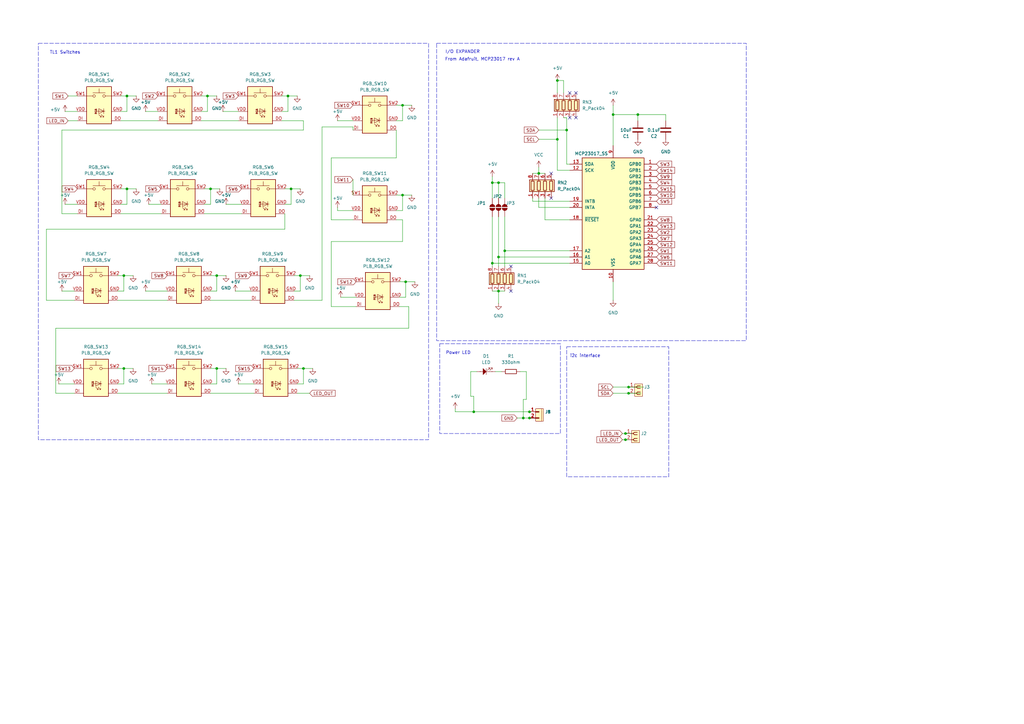
<source format=kicad_sch>
(kicad_sch (version 20231120) (generator "eeschema") (generator_version "8.0")
  (paper "A3")
  (lib_symbols
    (symbol "Device:C" (pin_numbers hide) (pin_names (offset 0.254))
      (property "Reference" "C" (at 0.635 2.54 0))
      (property "Value" "C" (at 0.635 -2.54 0))
      (symbol "C_0_1"
        (polyline (pts (xy -2.032 -0.762) (xy 2.032 -0.762)) (stroke (width 0.508)))
        (polyline (pts (xy -2.032 0.762) (xy 2.032 0.762)) (stroke (width 0.508)))
      )
      (symbol "C_1_1"
        (pin passive line (at 0 3.81 270) (length 2.794) (name "~") (number "1"))
        (pin passive line (at 0 -3.81 90) (length 2.794) (name "~") (number "2"))
      )
    )
    (symbol "Device:R_Pack04" (pin_names (offset 0) hide)
      (property "Reference" "RN" (at -7.62 0 90))
      (property "Value" "R_Pack04" (at 5.08 0 90))
      (symbol "R_Pack04_0_1"
        (rectangle (start -6.35 -2.413) (end 3.81 2.413) (stroke (width 0.254)) (fill (type background)))
        (rectangle (start -5.715 1.905) (end -4.445 -1.905) (stroke (width 0.254)))
        (rectangle (start -3.175 1.905) (end -1.905 -1.905) (stroke (width 0.254)))
        (rectangle (start -0.635 1.905) (end 0.635 -1.905) (stroke (width 0.254)))
        (polyline (pts (xy -5.08 -2.54) (xy -5.08 -1.905)))
        (polyline (pts (xy -5.08 1.905) (xy -5.08 2.54)))
        (polyline (pts (xy -2.54 -2.54) (xy -2.54 -1.905)))
        (polyline (pts (xy -2.54 1.905) (xy -2.54 2.54)))
        (polyline (pts (xy 0 -2.54) (xy 0 -1.905)))
        (polyline (pts (xy 0 1.905) (xy 0 2.54)))
        (polyline (pts (xy 2.54 -2.54) (xy 2.54 -1.905)))
        (polyline (pts (xy 2.54 1.905) (xy 2.54 2.54)))
        (rectangle (start 1.905 1.905) (end 3.175 -1.905) (stroke (width 0.254)))
      )
      (symbol "R_Pack04_1_1"
        (pin passive line (at -5.08 -5.08 90) (length 2.54) (name "R1.1") (number "1"))
        (pin passive line (at -2.54 -5.08 90) (length 2.54) (name "R2.1") (number "2"))
        (pin passive line (at 0 -5.08 90) (length 2.54) (name "R3.1") (number "3"))
        (pin passive line (at 2.54 -5.08 90) (length 2.54) (name "R4.1") (number "4"))
        (pin passive line (at 2.54 5.08 270) (length 2.54) (name "R4.2") (number "5"))
        (pin passive line (at 0 5.08 270) (length 2.54) (name "R3.2") (number "6"))
        (pin passive line (at -2.54 5.08 270) (length 2.54) (name "R2.2") (number "7"))
        (pin passive line (at -5.08 5.08 270) (length 2.54) (name "R1.2") (number "8"))
      )
    )
    (symbol "Interactiles_Symbol_Library:PLB_RGB_SW" (pin_names (offset 1.016) hide)
      (property "Reference" "RGB_SW" (at -3.556 8.636 0))
      (property "Value" "PLB_RGB_SW" (at 0.254 -11.43 0))
      (symbol "PLB_RGB_SW_0_0"
        (text "RGB" (at -1.27 -3.81 900) (effects (font (size 0.762 0.762))))
      )
      (symbol "PLB_RGB_SW_0_1"
        (rectangle (start -5.08 6.35) (end 5.08 -8.89) (stroke (width 0.254)) (fill (type background)))
        (circle (center -2.032 2.54) (radius 0.508))
        (polyline (pts (xy 0 3.81) (xy 0 5.588)))
        (polyline (pts (xy 0.889 -6.096) (xy 0.889 -5.588)))
        (polyline (pts (xy 1.905 -6.096) (xy 1.905 -5.588)))
        (polyline (pts (xy 1.905 -2.667) (xy 1.905 -4.699)))
        (polyline (pts (xy 2.54 3.81) (xy -2.54 3.81)))
        (polyline (pts (xy -0.635 -3.683) (xy 1.905 -3.683) (xy 2.413 -3.683)))
        (polyline (pts (xy -0.127 -5.08) (xy 0.889 -6.096) (xy 0.381 -6.096)))
        (polyline (pts (xy 0.889 -5.08) (xy 1.905 -6.096) (xy 1.397 -6.096)))
        (polyline (pts (xy -0.127 -2.667) (xy -0.127 -4.699) (xy 1.905 -3.683) (xy -0.127 -2.667)))
        (circle (center 2.032 2.54) (radius 0.508))
      )
      (symbol "PLB_RGB_SW_1_1"
        (polyline (pts (xy -6.35 -7.62) (xy -5.08 -7.62)))
        (polyline (pts (xy -6.35 -3.81) (xy -5.08 -3.81)))
        (polyline (pts (xy -6.35 2.54) (xy -2.54 2.54)))
        (polyline (pts (xy 6.35 -7.62) (xy 5.08 -7.62)))
        (polyline (pts (xy 6.35 -3.81) (xy 5.08 -3.81)))
        (polyline (pts (xy 6.35 2.54) (xy 2.54 2.54)))
        (pin input line (at -8.89 -7.62 0) (length 2.54) (name "DIN") (number "DI"))
        (pin output line (at 8.89 -7.62 180) (length 2.54) (name "DO") (number "DO"))
        (pin power_in line (at 8.89 -3.81 180) (length 2.54) (name "GND") (number "GND"))
        (pin passive line (at -8.89 2.54 0) (length 2.54) (name "SW1") (number "SW1"))
        (pin passive line (at 8.89 2.54 180) (length 2.54) (name "SW2") (number "SW2"))
        (pin power_in line (at -8.89 -3.81 0) (length 2.54) (name "VDD") (number "VDD"))
      )
    )
    (symbol "Interface_Expansion:MCP23017_SS" (pin_names (offset 1.016))
      (property "Reference" "U" (at -11.43 24.13 0))
      (property "Value" "MCP23017_SS" (at 0 0 0))
      (symbol "MCP23017_SS_0_1"
        (rectangle (start -12.7 22.86) (end 12.7 -22.86) (stroke (width 0.254)) (fill (type background)))
      )
      (symbol "MCP23017_SS_1_1"
        (pin bidirectional line (at 17.78 20.32 180) (length 5.08) (name "GPB0") (number "1"))
        (pin power_in line (at 0 -27.94 90) (length 5.08) (name "VSS") (number "10"))
        (pin no_connect line (at -12.7 15.24 0) (length 5.08) hide (name "NC") (number "11"))
        (pin input line (at -17.78 17.78 0) (length 5.08) (name "SCK") (number "12"))
        (pin bidirectional line (at -17.78 20.32 0) (length 5.08) (name "SDA") (number "13"))
        (pin no_connect line (at -12.7 12.7 0) (length 5.08) hide (name "NC") (number "14"))
        (pin input line (at -17.78 -20.32 0) (length 5.08) (name "A0") (number "15"))
        (pin input line (at -17.78 -17.78 0) (length 5.08) (name "A1") (number "16"))
        (pin input line (at -17.78 -15.24 0) (length 5.08) (name "A2") (number "17"))
        (pin input line (at -17.78 -2.54 0) (length 5.08) (name "~{RESET}") (number "18"))
        (pin tri_state line (at -17.78 5.08 0) (length 5.08) (name "INTB") (number "19"))
        (pin bidirectional line (at 17.78 17.78 180) (length 5.08) (name "GPB1") (number "2"))
        (pin tri_state line (at -17.78 2.54 0) (length 5.08) (name "INTA") (number "20"))
        (pin bidirectional line (at 17.78 -2.54 180) (length 5.08) (name "GPA0") (number "21"))
        (pin bidirectional line (at 17.78 -5.08 180) (length 5.08) (name "GPA1") (number "22"))
        (pin bidirectional line (at 17.78 -7.62 180) (length 5.08) (name "GPA2") (number "23"))
        (pin bidirectional line (at 17.78 -10.16 180) (length 5.08) (name "GPA3") (number "24"))
        (pin bidirectional line (at 17.78 -12.7 180) (length 5.08) (name "GPA4") (number "25"))
        (pin bidirectional line (at 17.78 -15.24 180) (length 5.08) (name "GPA5") (number "26"))
        (pin bidirectional line (at 17.78 -17.78 180) (length 5.08) (name "GPA6") (number "27"))
        (pin bidirectional line (at 17.78 -20.32 180) (length 5.08) (name "GPA7") (number "28"))
        (pin bidirectional line (at 17.78 15.24 180) (length 5.08) (name "GPB2") (number "3"))
        (pin bidirectional line (at 17.78 12.7 180) (length 5.08) (name "GPB3") (number "4"))
        (pin bidirectional line (at 17.78 10.16 180) (length 5.08) (name "GPB4") (number "5"))
        (pin bidirectional line (at 17.78 7.62 180) (length 5.08) (name "GPB5") (number "6"))
        (pin bidirectional line (at 17.78 5.08 180) (length 5.08) (name "GPB6") (number "7"))
        (pin bidirectional line (at 17.78 2.54 180) (length 5.08) (name "GPB7") (number "8"))
        (pin power_in line (at 0 27.94 270) (length 5.08) (name "VDD") (number "9"))
      )
    )
    (symbol "Jumper:SolderJumper_2_Open" (pin_numbers hide) (pin_names (offset 0) hide) (exclude_from_sim yes) (in_bom no)
      (property "Reference" "JP" (at 0 2.032 0))
      (property "Value" "SolderJumper_2_Open" (at 0 -2.54 0))
      (symbol "SolderJumper_2_Open_0_1"
        (arc (start -0.254 1.016) (mid -1.2656 0) (end -0.254 -1.016))
        (arc (start -0.254 1.016) (mid -1.2656 0) (end -0.254 -1.016) (fill (type outline)))
        (polyline (pts (xy -0.254 1.016) (xy -0.254 -1.016)))
        (polyline (pts (xy 0.254 1.016) (xy 0.254 -1.016)))
        (arc (start 0.254 -1.016) (mid 1.2656 0) (end 0.254 1.016))
        (arc (start 0.254 -1.016) (mid 1.2656 0) (end 0.254 1.016) (fill (type outline)))
      )
      (symbol "SolderJumper_2_Open_1_1"
        (pin passive line (at -3.81 0 0) (length 2.54) (name "A") (number "1"))
        (pin passive line (at 3.81 0 180) (length 2.54) (name "B") (number "2"))
      )
    )
    (symbol "PCM_SL_Devices:LED"
      (property "Reference" "D" (at -0.508 5.334 0))
      (property "Value" "LED" (at -0.508 2.794 0))
      (symbol "LED_0_1"
        (polyline (pts (xy -1.27 0) (xy -2.54 0)))
        (polyline (pts (xy 0 1.27) (xy 0 -1.27)))
        (polyline (pts (xy 0.508 0.508) (xy 1.524 1.524)))
        (polyline (pts (xy 1.27 0) (xy 2.54 0)))
        (polyline (pts (xy 1.524 0.508) (xy 2.54 1.524)))
        (polyline (pts (xy 1.524 1.524) (xy 0.889 1.524)))
        (polyline (pts (xy 1.524 1.524) (xy 1.524 0.889)))
        (polyline (pts (xy 2.54 1.524) (xy 1.905 1.524)))
        (polyline (pts (xy 2.54 1.524) (xy 2.54 0.889)))
        (polyline (pts (xy 0 0) (xy -1.27 -1.27) (xy -1.27 1.27) (xy 0 0) (xy 1.27 0)) (fill (type outline)))
      )
      (symbol "LED_1_1"
        (pin passive line (at 3.81 0 180) (length 1.5) (name "~") (number "1"))
        (pin passive line (at -3.81 0 0) (length 1.5) (name "") (number "2"))
      )
    )
    (symbol "PCM_SL_Pin_Headers:PINHD_1x2_Female"
      (property "Reference" "J" (at 0 7.62 0))
      (property "Value" "PINHD_1x2_Female" (at 0 5.08 0))
      (symbol "PINHD_1x2_Female_0_1"
        (rectangle (start -1.27 2.54) (end 1.905 -2.54) (fill (type background)))
        (arc (start -0.508 -1.27) (mid -0.3592 -1.6292) (end 0 -1.778) (stroke (width 0.25)))
        (arc (start -0.508 1.27) (mid -0.3592 0.9108) (end 0 0.762) (stroke (width 0.25)))
        (arc (start 0 -0.762) (mid -0.3592 -0.9108) (end -0.508 -1.27) (stroke (width 0.25)))
        (polyline (pts (xy -1.27 -1.27) (xy -0.508 -1.27)) (stroke (width 0.25)))
        (polyline (pts (xy -1.27 1.27) (xy -0.508 1.27)) (stroke (width 0.25)))
        (polyline (pts (xy 0 -1.778) (xy 1.016 -1.778)) (stroke (width 0.25)))
        (polyline (pts (xy 0 -0.762) (xy 1.016 -0.762)) (stroke (width 0.25)))
        (polyline (pts (xy 0 0.762) (xy 1.016 0.762)) (stroke (width 0.25)))
        (polyline (pts (xy 0 1.778) (xy 1.016 1.778)) (stroke (width 0.25)))
        (arc (start 0 1.778) (mid -0.3592 1.6292) (end -0.508 1.27) (stroke (width 0.25)))
      )
      (symbol "PINHD_1x2_Female_1_1"
        (pin passive line (at -3.81 1.27 0) (length 2.54) (name "") (number "1"))
        (pin passive line (at -3.81 -1.27 0) (length 2.54) (name "") (number "2"))
      )
    )
    (symbol "PCM_SL_Pin_Headers:PINHD_1x2_Male"
      (property "Reference" "J" (at 0 6.35 0))
      (property "Value" "PINHD_1x2_Male" (at 0 3.81 0))
      (symbol "PINHD_1x2_Male_0_1"
        (rectangle (start -1.27 2.54) (end 1.27 -2.54) (fill (type background)))
        (polyline (pts (xy -1.27 -1.27) (xy 0 -1.27)) (stroke (width 0.3)))
        (polyline (pts (xy -1.27 -1.27) (xy 0 -1.27)) (stroke (width 0.5)))
        (polyline (pts (xy -1.27 1.27) (xy 0 1.27)) (stroke (width 0.3)))
        (polyline (pts (xy -1.27 1.27) (xy 0 1.27)) (stroke (width 0.5)))
      )
      (symbol "PINHD_1x2_Male_1_1"
        (pin passive line (at -3.81 1.27 0) (length 2.54) (name "") (number "1"))
        (pin passive line (at -3.81 -1.27 0) (length 2.54) (name "") (number "2"))
      )
    )
    (symbol "PCM_SL_Resistors:330ohm"
      (property "Reference" "R" (at 0 5.08 0))
      (property "Value" "330ohm" (at 0 2.54 0))
      (symbol "330ohm_0_1"
        (rectangle (start -2.286 0.889) (end 2.286 -0.889) (stroke (width 0.24)))
      )
      (symbol "330ohm_1_1"
        (pin passive line (at -3.81 0 0) (length 1.5) (name "") (number "1"))
        (pin passive line (at 3.81 0 180) (length 1.5) (name "~") (number "2"))
      )
    )
    (symbol "power:+5V" (power) (pin_numbers hide) (pin_names (offset 0) hide)
      (property "Value" "+5V" (at 0 3.556 0))
      (symbol "+5V_0_1"
        (polyline (pts (xy -0.762 1.27) (xy 0 2.54)))
        (polyline (pts (xy 0 0) (xy 0 2.54)))
        (polyline (pts (xy 0 2.54) (xy 0.762 1.27)))
      )
      (symbol "+5V_1_1"
        (pin power_in line (at 0 0 90) (length 0) (name "~") (number "1"))
      )
    )
    (symbol "power:GND" (power) (pin_numbers hide) (pin_names (offset 0) hide)
      (property "Value" "GND" (at 0 -3.81 0))
      (symbol "GND_0_1"
        (polyline (pts (xy 0 0) (xy 0 -1.27) (xy 1.27 -1.27) (xy 0 -2.54) (xy -1.27 -1.27) (xy 0 -1.27)))
      )
      (symbol "GND_1_1"
        (pin power_in line (at 0 0 270) (length 0) (name "~") (number "1"))
      )
    )
    (symbol "power:VCC" (power) (pin_numbers hide) (pin_names (offset 0) hide)
      (property "Value" "VCC" (at 0 3.556 0))
      (symbol "VCC_0_1"
        (polyline (pts (xy -0.762 1.27) (xy 0 2.54)))
        (polyline (pts (xy 0 0) (xy 0 2.54)))
        (polyline (pts (xy 0 2.54) (xy 0.762 1.27)))
      )
      (symbol "VCC_1_1"
        (pin power_in line (at 0 0 90) (length 0) (name "~") (number "1"))
      )
    )
  )
  (junction (at 204.47 105.41))
  (junction (at 207.01 102.87))
  (junction (at 123.19 113.03))
  (junction (at 194.31 168.91))
  (junction (at 217.17 171.45))
  (junction (at 201.93 74.93))
  (junction (at 88.9 113.03))
  (junction (at 257.81 158.75))
  (junction (at 228.6 57.15))
  (junction (at 204.47 74.93))
  (junction (at 124.46 151.13))
  (junction (at 232.41 53.34))
  (junction (at 119.38 77.47))
  (junction (at 166.37 115.57))
  (junction (at 52.07 77.47))
  (junction (at 257.81 161.29))
  (junction (at 52.07 39.37))
  (junction (at 165.1 43.18))
  (junction (at 220.98 71.12))
  (junction (at 204.47 119.38))
  (junction (at 165.1 80.01))
  (junction (at 256.54 177.8))
  (junction (at 217.17 168.91))
  (junction (at 50.8 151.13))
  (junction (at 86.36 77.47))
  (junction (at 214.63 171.45))
  (junction (at 85.09 39.37))
  (junction (at 118.11 39.37))
  (junction (at 228.6 33.02))
  (junction (at 251.46 46.99))
  (junction (at 50.8 113.03))
  (junction (at 88.9 151.13))
  (junction (at 201.93 107.95))
  (junction (at 261.62 46.99))
  (junction (at 256.54 180.34))
  (no_connect (at 233.68 38.1))
  (no_connect (at 209.55 109.22))
  (no_connect (at 233.68 48.26))
  (no_connect (at 226.06 81.28))
  (no_connect (at 269.24 85.09))
  (no_connect (at 236.22 38.1))
  (no_connect (at 236.22 48.26))
  (no_connect (at 226.06 71.12))
  (no_connect (at 209.55 119.38))
  (wire (pts (xy 215.9 163.83) (xy 214.63 163.83)))
  (wire (pts (xy 207.01 74.93) (xy 207.01 81.28)))
  (wire (pts (xy 88.9 113.03) (xy 92.71 113.03)))
  (wire (pts (xy 52.07 83.82) (xy 49.53 83.82)))
  (wire (pts (xy 165.1 49.53) (xy 162.56 49.53)))
  (wire (pts (xy 25.4 53.34) (xy 25.4 87.63)))
  (wire (pts (xy 120.65 123.19) (xy 132.08 123.19)))
  (wire (pts (xy 19.05 123.19) (xy 30.48 123.19)))
  (wire (pts (xy 162.56 53.34) (xy 162.56 64.77)))
  (wire (pts (xy 215.9 152.4) (xy 215.9 163.83)))
  (wire (pts (xy 264.16 158.75) (xy 257.81 158.75)))
  (wire (pts (xy 124.46 151.13) (xy 128.27 151.13)))
  (wire (pts (xy 138.43 86.36) (xy 144.78 86.36)))
  (wire (pts (xy 144.78 73.66) (xy 144.78 80.01)))
  (wire (pts (xy 85.09 39.37) (xy 85.09 45.72)))
  (wire (pts (xy 132.08 52.07) (xy 144.78 52.07)))
  (wire (pts (xy 86.36 161.29) (xy 104.14 161.29)))
  (wire (pts (xy 49.53 49.53) (xy 64.77 49.53)))
  (wire (pts (xy 201.93 109.22) (xy 201.93 107.95)))
  (wire (pts (xy 119.38 83.82) (xy 116.84 83.82)))
  (wire (pts (xy 214.63 171.45) (xy 217.17 171.45)))
  (wire (pts (xy 116.84 93.98) (xy 19.05 93.98)))
  (wire (pts (xy 261.62 46.99) (xy 273.05 46.99)))
  (wire (pts (xy 124.46 49.53) (xy 124.46 53.34)))
  (wire (pts (xy 201.93 74.93) (xy 201.93 81.28)))
  (wire (pts (xy 251.46 46.99) (xy 261.62 46.99)))
  (wire (pts (xy 115.57 49.53) (xy 124.46 49.53)))
  (wire (pts (xy 214.63 163.83) (xy 214.63 171.45)))
  (wire (pts (xy 166.37 115.57) (xy 163.83 115.57)))
  (wire (pts (xy 233.68 90.17) (xy 223.52 90.17)))
  (wire (pts (xy 232.41 53.34) (xy 232.41 48.26)))
  (wire (pts (xy 228.6 33.02) (xy 231.14 33.02)))
  (wire (pts (xy 52.07 77.47) (xy 52.07 83.82)))
  (wire (pts (xy 231.14 33.02) (xy 231.14 38.1)))
  (wire (pts (xy 97.79 157.48) (xy 104.14 157.48)))
  (wire (pts (xy 162.56 86.36) (xy 165.1 86.36)))
  (wire (pts (xy 118.11 39.37) (xy 121.92 39.37)))
  (wire (pts (xy 233.68 67.31) (xy 232.41 67.31)))
  (wire (pts (xy 204.47 74.93) (xy 207.01 74.93)))
  (wire (pts (xy 123.19 119.38) (xy 120.65 119.38)))
  (wire (pts (xy 207.01 88.9) (xy 207.01 102.87)))
  (wire (pts (xy 49.53 45.72) (xy 52.07 45.72)))
  (wire (pts (xy 218.44 82.55) (xy 218.44 81.28)))
  (wire (pts (xy 52.07 39.37) (xy 49.53 39.37)))
  (wire (pts (xy 52.07 77.47) (xy 49.53 77.47)))
  (wire (pts (xy 220.98 57.15) (xy 228.6 57.15)))
  (wire (pts (xy 123.19 113.03) (xy 120.65 113.03)))
  (wire (pts (xy 27.94 39.37) (xy 31.75 39.37)))
  (wire (pts (xy 127 161.29) (xy 121.92 161.29)))
  (wire (pts (xy 50.8 151.13) (xy 50.8 157.48)))
  (wire (pts (xy 251.46 123.19) (xy 251.46 115.57)))
  (wire (pts (xy 215.9 152.4) (xy 213.36 152.4)))
  (wire (pts (xy 135.89 125.73) (xy 146.05 125.73)))
  (wire (pts (xy 88.9 151.13) (xy 88.9 157.48)))
  (wire (pts (xy 27.94 49.53) (xy 31.75 49.53)))
  (wire (pts (xy 123.19 113.03) (xy 123.19 119.38)))
  (wire (pts (xy 165.1 80.01) (xy 168.91 80.01)))
  (wire (pts (xy 135.89 99.06) (xy 135.89 125.73)))
  (wire (pts (xy 52.07 39.37) (xy 55.88 39.37)))
  (wire (pts (xy 86.36 83.82) (xy 83.82 83.82)))
  (wire (pts (xy 88.9 151.13) (xy 86.36 151.13)))
  (wire (pts (xy 132.08 123.19) (xy 132.08 52.07)))
  (wire (pts (xy 26.67 83.82) (xy 31.75 83.82)))
  (wire (pts (xy 138.43 86.36) (xy 138.43 85.09)))
  (wire (pts (xy 138.43 49.53) (xy 144.78 49.53)))
  (wire (pts (xy 204.47 74.93) (xy 204.47 81.28)))
  (wire (pts (xy 59.69 119.38) (xy 68.58 119.38)))
  (wire (pts (xy 256.54 177.8) (xy 255.27 177.8)))
  (wire (pts (xy 85.09 45.72) (xy 82.55 45.72)))
  (wire (pts (xy 165.1 43.18) (xy 168.91 43.18)))
  (wire (pts (xy 228.6 69.85) (xy 228.6 57.15)))
  (wire (pts (xy 19.05 93.98) (xy 19.05 123.19)))
  (wire (pts (xy 262.89 161.29) (xy 257.81 161.29)))
  (wire (pts (xy 165.1 90.17) (xy 165.1 99.06)))
  (wire (pts (xy 62.23 157.48) (xy 68.58 157.48)))
  (wire (pts (xy 251.46 43.18) (xy 251.46 46.99)))
  (wire (pts (xy 220.98 81.28) (xy 220.98 85.09)))
  (wire (pts (xy 52.07 39.37) (xy 52.07 45.72)))
  (wire (pts (xy 119.38 77.47) (xy 116.84 77.47)))
  (wire (pts (xy 25.4 119.38) (xy 30.48 119.38)))
  (wire (pts (xy 201.93 72.39) (xy 201.93 74.93)))
  (wire (pts (xy 92.71 83.82) (xy 99.06 83.82)))
  (wire (pts (xy 96.52 119.38) (xy 102.87 119.38)))
  (wire (pts (xy 86.36 77.47) (xy 90.17 77.47)))
  (wire (pts (xy 193.04 152.4) (xy 193.04 162.56)))
  (wire (pts (xy 48.26 161.29) (xy 68.58 161.29)))
  (wire (pts (xy 218.44 82.55) (xy 233.68 82.55)))
  (wire (pts (xy 207.01 109.22) (xy 207.01 102.87)))
  (wire (pts (xy 124.46 53.34) (xy 25.4 53.34)))
  (wire (pts (xy 220.98 68.58) (xy 220.98 71.12)))
  (wire (pts (xy 49.53 87.63) (xy 66.04 87.63)))
  (wire (pts (xy 251.46 46.99) (xy 251.46 59.69)))
  (wire (pts (xy 50.8 151.13) (xy 54.61 151.13)))
  (wire (pts (xy 228.6 33.02) (xy 228.6 38.1)))
  (wire (pts (xy 22.86 134.62) (xy 22.86 161.29)))
  (wire (pts (xy 233.68 69.85) (xy 228.6 69.85)))
  (wire (pts (xy 212.09 171.45) (xy 214.63 171.45)))
  (wire (pts (xy 165.1 80.01) (xy 165.1 86.36)))
  (wire (pts (xy 204.47 119.38) (xy 207.01 119.38)))
  (wire (pts (xy 166.37 115.57) (xy 166.37 121.92)))
  (wire (pts (xy 223.52 90.17) (xy 223.52 81.28)))
  (wire (pts (xy 220.98 71.12) (xy 223.52 71.12)))
  (wire (pts (xy 186.69 168.91) (xy 194.31 168.91)))
  (wire (pts (xy 48.26 123.19) (xy 68.58 123.19)))
  (wire (pts (xy 165.1 80.01) (xy 162.56 80.01)))
  (wire (pts (xy 88.9 113.03) (xy 86.36 113.03)))
  (wire (pts (xy 251.46 158.75) (xy 257.81 158.75)))
  (wire (pts (xy 232.41 67.31) (xy 232.41 53.34)))
  (wire (pts (xy 50.8 113.03) (xy 50.8 119.38)))
  (wire (pts (xy 118.11 39.37) (xy 118.11 45.72)))
  (wire (pts (xy 123.19 113.03) (xy 127 113.03)))
  (wire (pts (xy 186.69 167.64) (xy 186.69 168.91)))
  (wire (pts (xy 193.04 162.56) (xy 194.31 162.56)))
  (wire (pts (xy 201.93 107.95) (xy 233.68 107.95)))
  (wire (pts (xy 91.44 45.72) (xy 97.79 45.72)))
  (wire (pts (xy 25.4 87.63) (xy 31.75 87.63)))
  (wire (pts (xy 85.09 39.37) (xy 88.9 39.37)))
  (wire (pts (xy 144.78 52.07) (xy 144.78 53.34)))
  (wire (pts (xy 88.9 151.13) (xy 92.71 151.13)))
  (wire (pts (xy 201.93 119.38) (xy 204.47 119.38)))
  (wire (pts (xy 139.7 121.92) (xy 146.05 121.92)))
  (wire (pts (xy 233.68 85.09) (xy 220.98 85.09)))
  (wire (pts (xy 124.46 157.48) (xy 121.92 157.48)))
  (wire (pts (xy 204.47 88.9) (xy 204.47 105.41)))
  (wire (pts (xy 167.64 134.62) (xy 22.86 134.62)))
  (wire (pts (xy 194.31 168.91) (xy 217.17 168.91)))
  (wire (pts (xy 50.8 157.48) (xy 48.26 157.48)))
  (wire (pts (xy 124.46 151.13) (xy 121.92 151.13)))
  (wire (pts (xy 52.07 77.47) (xy 55.88 77.47)))
  (wire (pts (xy 166.37 115.57) (xy 170.18 115.57)))
  (wire (pts (xy 205.74 152.4) (xy 203.2 152.4)))
  (wire (pts (xy 220.98 53.34) (xy 232.41 53.34)))
  (wire (pts (xy 163.83 125.73) (xy 167.64 125.73)))
  (wire (pts (xy 119.38 77.47) (xy 123.19 77.47)))
  (wire (pts (xy 204.47 119.38) (xy 204.47 124.46)))
  (wire (pts (xy 201.93 74.93) (xy 204.47 74.93)))
  (wire (pts (xy 22.86 161.29) (xy 30.48 161.29)))
  (wire (pts (xy 218.44 71.12) (xy 220.98 71.12)))
  (wire (pts (xy 163.83 121.92) (xy 166.37 121.92)))
  (wire (pts (xy 167.64 125.73) (xy 167.64 134.62)))
  (wire (pts (xy 88.9 113.03) (xy 88.9 119.38)))
  (wire (pts (xy 165.1 43.18) (xy 162.56 43.18)))
  (wire (pts (xy 26.67 45.72) (xy 31.75 45.72)))
  (wire (pts (xy 207.01 102.87) (xy 233.68 102.87)))
  (wire (pts (xy 50.8 113.03) (xy 48.26 113.03)))
  (wire (pts (xy 86.36 119.38) (xy 88.9 119.38)))
  (wire (pts (xy 124.46 151.13) (xy 124.46 157.48)))
  (wire (pts (xy 273.05 49.53) (xy 273.05 46.99)))
  (wire (pts (xy 86.36 77.47) (xy 83.82 77.47)))
  (wire (pts (xy 165.1 43.18) (xy 165.1 49.53)))
  (wire (pts (xy 50.8 119.38) (xy 48.26 119.38)))
  (wire (pts (xy 135.89 64.77) (xy 135.89 90.17)))
  (wire (pts (xy 82.55 49.53) (xy 97.79 49.53)))
  (wire (pts (xy 204.47 105.41) (xy 233.68 105.41)))
  (wire (pts (xy 165.1 99.06) (xy 135.89 99.06)))
  (wire (pts (xy 83.82 87.63) (xy 99.06 87.63)))
  (wire (pts (xy 119.38 77.47) (xy 119.38 83.82)))
  (wire (pts (xy 231.14 48.26) (xy 232.41 48.26)))
  (wire (pts (xy 194.31 162.56) (xy 194.31 168.91)))
  (wire (pts (xy 116.84 87.63) (xy 116.84 93.98)))
  (wire (pts (xy 201.93 88.9) (xy 201.93 107.95)))
  (wire (pts (xy 251.46 161.29) (xy 257.81 161.29)))
  (wire (pts (xy 256.54 180.34) (xy 255.27 180.34)))
  (wire (pts (xy 60.96 83.82) (xy 66.04 83.82)))
  (wire (pts (xy 162.56 64.77) (xy 135.89 64.77)))
  (wire (pts (xy 24.13 157.48) (xy 30.48 157.48)))
  (wire (pts (xy 162.56 90.17) (xy 165.1 90.17)))
  (wire (pts (xy 257.81 180.34) (xy 256.54 180.34)))
  (wire (pts (xy 193.04 152.4) (xy 195.58 152.4)))
  (wire (pts (xy 88.9 157.48) (xy 86.36 157.48)))
  (wire (pts (xy 118.11 45.72) (xy 115.57 45.72)))
  (wire (pts (xy 50.8 113.03) (xy 54.61 113.03)))
  (wire (pts (xy 204.47 105.41) (xy 204.47 109.22)))
  (wire (pts (xy 85.09 39.37) (xy 82.55 39.37)))
  (wire (pts (xy 261.62 49.53) (xy 261.62 46.99)))
  (wire (pts (xy 118.11 39.37) (xy 115.57 39.37)))
  (wire (pts (xy 50.8 151.13) (xy 48.26 151.13)))
  (wire (pts (xy 259.08 177.8) (xy 256.54 177.8)))
  (wire (pts (xy 59.69 45.72) (xy 64.77 45.72)))
  (wire (pts (xy 86.36 77.47) (xy 86.36 83.82)))
  (wire (pts (xy 86.36 123.19) (xy 102.87 123.19)))
  (wire (pts (xy 228.6 57.15) (xy 228.6 48.26)))
  (wire (pts (xy 135.89 90.17) (xy 144.78 90.17)))
  (rectangle (start 15.748 17.78) (end 175.768 180.34) (stroke (width 0) (type dash)))
  (rectangle (start 179.07 17.78) (end 306.07 139.7) (stroke (width 0) (type dash)))
  (rectangle (start 180.34 140.97) (end 229.87 177.8) (stroke (width 0) (type dash)))
  (rectangle (start 232.41 142.24) (end 274.32 195.58) (stroke (width 0) (type dash)))
  (text "i2c interface" (at 240.03 146.05 0) (effects (font (size 1.27 1.27))))
  (text "I/O EXPANDER" (at 189.738 21.336 0) (effects (font (size 1.27 1.27))))
  (text "TL1 Switches\n" (at 26.67 21.59 0) (effects (font (size 1.27 1.27))))
  (text "From Adafruit, MCP23017 rev A" (at 197.866 24.384 0) (effects (font (size 1.27 1.27))))
  (text "Power LED" (at 187.96 144.78 0) (effects (font (size 1.27 1.27))))
  (global_label "SW2" (shape input) (at 64.77 39.37 180) (property "Intersheetrefs" "${INTERSHEET_REFS}" (effects (hide yes))))
  (global_label "SW9" (shape input) (at 269.24 72.39 0) (property "Intersheetrefs" "${INTERSHEET_REFS}" (effects (hide yes))))
  (global_label "SW5" (shape input) (at 66.04 77.47 180) (property "Intersheetrefs" "${INTERSHEET_REFS}" (effects (hide yes))))
  (global_label "SW14" (shape input) (at 68.58 151.13 180) (property "Intersheetrefs" "${INTERSHEET_REFS}" (effects (hide yes))))
  (global_label "LED_IN" (shape input) (at 255.27 177.8 180) (property "Intersheetrefs" "${INTERSHEET_REFS}" (effects (hide yes))))
  (global_label "SW15" (shape input) (at 269.24 77.47 0) (property "Intersheetrefs" "${INTERSHEET_REFS}" (effects (hide yes))))
  (global_label "SW8" (shape input) (at 269.24 90.17 0) (property "Intersheetrefs" "${INTERSHEET_REFS}" (effects (hide yes))))
  (global_label "SW12" (shape input) (at 146.05 115.57 180) (property "Intersheetrefs" "${INTERSHEET_REFS}" (effects (hide yes))))
  (global_label "SW4" (shape input) (at 31.75 77.47 180) (property "Intersheetrefs" "${INTERSHEET_REFS}" (effects (hide yes))))
  (global_label "SW1" (shape input) (at 27.94 39.37 180) (property "Intersheetrefs" "${INTERSHEET_REFS}" (effects (hide yes))))
  (global_label "SW7" (shape input) (at 269.24 97.79 0) (property "Intersheetrefs" "${INTERSHEET_REFS}" (effects (hide yes))))
  (global_label "SW1" (shape input) (at 269.24 102.87 0) (property "Intersheetrefs" "${INTERSHEET_REFS}" (effects (hide yes))))
  (global_label "LED_IN" (shape input) (at 27.94 49.53 180) (property "Intersheetrefs" "${INTERSHEET_REFS}" (effects (hide yes))))
  (global_label "SDA" (shape input) (at 251.46 161.29 180) (property "Intersheetrefs" "${INTERSHEET_REFS}" (effects (hide yes))))
  (global_label "SW14" (shape input) (at 269.24 69.85 0) (property "Intersheetrefs" "${INTERSHEET_REFS}" (effects (hide yes))))
  (global_label "SW10" (shape input) (at 269.24 80.01 0) (property "Intersheetrefs" "${INTERSHEET_REFS}" (effects (hide yes))))
  (global_label "SW13" (shape input) (at 269.24 92.71 0) (property "Intersheetrefs" "${INTERSHEET_REFS}" (effects (hide yes))))
  (global_label "GND" (shape input) (at 212.09 171.45 180) (property "Intersheetrefs" "${INTERSHEET_REFS}" (effects (hide yes))))
  (global_label "SW10" (shape input) (at 144.78 43.18 180) (property "Intersheetrefs" "${INTERSHEET_REFS}" (effects (hide yes))))
  (global_label "SW4" (shape input) (at 269.24 74.93 0) (property "Intersheetrefs" "${INTERSHEET_REFS}" (effects (hide yes))))
  (global_label "SW15" (shape input) (at 104.14 151.13 180) (property "Intersheetrefs" "${INTERSHEET_REFS}" (effects (hide yes))))
  (global_label "SW6" (shape input) (at 99.06 77.47 180) (property "Intersheetrefs" "${INTERSHEET_REFS}" (effects (hide yes))))
  (global_label "SW11" (shape input) (at 144.78 73.66 180) (property "Intersheetrefs" "${INTERSHEET_REFS}" (effects (hide yes))))
  (global_label "SCL" (shape input) (at 251.46 158.75 180) (property "Intersheetrefs" "${INTERSHEET_REFS}" (effects (hide yes))))
  (global_label "SW11" (shape input) (at 269.24 107.95 0) (property "Intersheetrefs" "${INTERSHEET_REFS}" (effects (hide yes))))
  (global_label "SW5" (shape input) (at 269.24 82.55 0) (property "Intersheetrefs" "${INTERSHEET_REFS}" (effects (hide yes))))
  (global_label "SW12" (shape input) (at 269.24 100.33 0) (property "Intersheetrefs" "${INTERSHEET_REFS}" (effects (hide yes))))
  (global_label "SW8" (shape input) (at 68.58 113.03 180) (property "Intersheetrefs" "${INTERSHEET_REFS}" (effects (hide yes))))
  (global_label "SW9" (shape input) (at 102.87 113.03 180) (property "Intersheetrefs" "${INTERSHEET_REFS}" (effects (hide yes))))
  (global_label "SDA" (shape input) (at 220.98 53.34 180) (property "Intersheetrefs" "${INTERSHEET_REFS}" (effects (hide yes))))
  (global_label "SW2" (shape input) (at 269.24 95.25 0) (property "Intersheetrefs" "${INTERSHEET_REFS}" (effects (hide yes))))
  (global_label "SW3" (shape input) (at 97.79 39.37 180) (property "Intersheetrefs" "${INTERSHEET_REFS}" (effects (hide yes))))
  (global_label "LED_OUT" (shape input) (at 255.27 180.34 180) (property "Intersheetrefs" "${INTERSHEET_REFS}" (effects (hide yes))))
  (global_label "SW6" (shape input) (at 269.24 105.41 0) (property "Intersheetrefs" "${INTERSHEET_REFS}" (effects (hide yes))))
  (global_label "SW3" (shape input) (at 269.24 67.31 0) (property "Intersheetrefs" "${INTERSHEET_REFS}" (effects (hide yes))))
  (global_label "SCL" (shape input) (at 220.98 57.15 180) (property "Intersheetrefs" "${INTERSHEET_REFS}" (effects (hide yes))))
  (global_label "SW13" (shape input) (at 30.48 151.13 180) (property "Intersheetrefs" "${INTERSHEET_REFS}" (effects (hide yes))))
  (global_label "LED_OUT" (shape input) (at 127 161.29 0) (property "Intersheetrefs" "${INTERSHEET_REFS}" (effects (hide yes))))
  (global_label "SW7" (shape input) (at 30.48 113.03 180) (property "Intersheetrefs" "${INTERSHEET_REFS}" (effects (hide yes))))
  (symbol (lib_id "Interactiles_Symbol_Library:PLB_RGB_SW") (at 40.64 41.91 0) (unit 1)
    (property "Reference" "RGB_SW1" (at 40.64 30.48 0))
    (property "Value" "PLB_RGB_SW" (at 40.64 33.02 0))
    (property "Footprint" "SilvansFootprintLibrary:TL1_RBG_Adressable_1_mini" (effects (hide yes)))
  )
  (symbol (lib_id "power:+5V") (at 96.52 119.38 0) (unit 1)
    (property "Reference" "#PWR019" (effects (hide yes)))
    (property "Value" "+5V" (at 96.52 115.57 0))
    (property "Description" "Power symbol creates a global label with name \"+5V\"" (effects (hide yes)))
  )
  (symbol (lib_id "power:GND") (at 121.92 39.37 0) (unit 1)
    (property "Reference" "#PWR06" (effects (hide yes)))
    (property "Value" "GND" (at 121.92 44.45 0))
    (property "Description" "Power symbol creates a global label with name \"GND\" , ground" (effects (hide yes)))
  )
  (symbol (lib_id "Jumper:SolderJumper_2_Open") (at 207.01 85.09 90) (unit 1) (exclude_from_sim yes) (in_bom no)
    (property "Reference" "JP3" (at 207.518 83.312 90) (effects (justify right)))
    (property "Value" "SolderJumper_2_Open" (effects (hide yes)))
    (property "Footprint" "Jumper:SolderJumper-2_P1.3mm_Open_RoundedPad1.0x1.5mm" (effects (hide yes)))
    (property "Description" "Solder Jumper, 2-pole, open" (effects (hide yes)))
  )
  (symbol (lib_id "Interactiles_Symbol_Library:PLB_RGB_SW") (at 153.67 45.72 0) (unit 1)
    (property "Reference" "RGB_SW10" (at 153.67 34.29 0))
    (property "Value" "PLB_RGB_SW" (at 153.67 36.83 0))
    (property "Footprint" "SilvansFootprintLibrary:TL1_RBG_Adressable_1_mini" (effects (hide yes)))
  )
  (symbol (lib_id "power:GND") (at 90.17 77.47 0) (unit 1)
    (property "Reference" "#PWR012" (effects (hide yes)))
    (property "Value" "GND" (at 90.17 82.55 0))
    (property "Description" "Power symbol creates a global label with name \"GND\" , ground" (effects (hide yes)))
  )
  (symbol (lib_id "power:+5V") (at 59.69 119.38 0) (unit 1)
    (property "Reference" "#PWR021" (effects (hide yes)))
    (property "Value" "+5V" (at 59.69 115.57 0))
    (property "Description" "Power symbol creates a global label with name \"+5V\"" (effects (hide yes)))
  )
  (symbol (lib_id "power:GND") (at 55.88 39.37 0) (unit 1)
    (property "Reference" "#PWR02" (effects (hide yes)))
    (property "Value" "GND" (at 55.88 44.45 0))
    (property "Description" "Power symbol creates a global label with name \"GND\" , ground" (effects (hide yes)))
  )
  (symbol (lib_id "Device:R_Pack04") (at 233.68 43.18 0) (unit 1)
    (property "Reference" "RN3" (at 238.76 41.9099 0) (effects (justify left)))
    (property "Value" "R_Pack04" (at 238.76 44.4499 0) (effects (justify left)))
    (property "Footprint" "Resistor_SMD:R_Array_Convex_4x0603" (effects (hide yes)))
    (property "Description" "4 resistor network, parallel topology" (effects (hide yes)))
  )
  (symbol (lib_id "PCM_SL_Pin_Headers:PINHD_1x2_Female") (at 220.98 170.18 0) (unit 1)
    (property "Reference" "J8" (at 223.52 168.9099 0) (effects (justify left)))
    (property "Value" "PINHD_1x2_Female" (effects (hide yes)))
    (property "Footprint" "Connector_PinHeader_1.27mm:PinHeader_1x02_P1.27mm_Vertical" (effects (hide yes)))
    (property "Description" "Pin Header female with pin space 2.54mm. Pin Count -2" (effects (hide yes)))
  )
  (symbol (lib_id "power:+5V") (at 25.4 119.38 0) (unit 1)
    (property "Reference" "#PWR023" (effects (hide yes)))
    (property "Value" "+5V" (at 25.4 115.57 0))
    (property "Description" "Power symbol creates a global label with name \"+5V\"" (effects (hide yes)))
  )
  (symbol (lib_id "power:GND") (at 54.61 151.13 0) (unit 1)
    (property "Reference" "#PWR026" (effects (hide yes)))
    (property "Value" "GND" (at 54.61 156.21 0))
    (property "Description" "Power symbol creates a global label with name \"GND\" , ground" (effects (hide yes)))
  )
  (symbol (lib_id "power:GND") (at 92.71 113.03 0) (unit 1)
    (property "Reference" "#PWR022" (effects (hide yes)))
    (property "Value" "GND" (at 92.71 118.11 0))
    (property "Description" "Power symbol creates a global label with name \"GND\" , ground" (effects (hide yes)))
  )
  (symbol (lib_id "Device:R_Pack04") (at 207.01 114.3 0) (unit 1)
    (property "Reference" "RN1" (at 212.09 113.0299 0) (effects (justify left)))
    (property "Value" "R_Pack04" (at 212.09 115.5699 0) (effects (justify left)))
    (property "Footprint" "Resistor_SMD:R_Array_Convex_4x0603" (effects (hide yes)))
    (property "Description" "4 resistor network, parallel topology" (effects (hide yes)))
  )
  (symbol (lib_id "power:+5V") (at 228.6 33.02 0) (unit 1)
    (property "Reference" "#PWR035" (effects (hide yes)))
    (property "Value" "+5V" (at 228.6 27.94 0))
    (property "Description" "Power symbol creates a global label with name \"+5V\"" (effects (hide yes)))
  )
  (symbol (lib_id "Interactiles_Symbol_Library:PLB_RGB_SW") (at 106.68 41.91 0) (unit 1)
    (property "Reference" "RGB_SW3" (at 106.68 30.48 0))
    (property "Value" "PLB_RGB_SW" (at 106.68 33.02 0))
    (property "Footprint" "SilvansFootprintLibrary:TL1_RBG_Adressable_1_mini" (effects (hide yes)))
  )
  (symbol (lib_id "power:+5V") (at 97.79 157.48 0) (unit 1)
    (property "Reference" "#PWR029" (effects (hide yes)))
    (property "Value" "+5V" (at 97.79 153.67 0))
    (property "Description" "Power symbol creates a global label with name \"+5V\"" (effects (hide yes)))
  )
  (symbol (lib_id "power:+5V") (at 186.69 167.64 0) (unit 1)
    (property "Reference" "#PWR031" (effects (hide yes)))
    (property "Value" "+5V" (at 186.69 162.56 0))
    (property "Description" "Power symbol creates a global label with name \"+5V\"" (effects (hide yes)))
  )
  (symbol (lib_id "Device:R_Pack04") (at 223.52 76.2 0) (unit 1)
    (property "Reference" "RN2" (at 228.6 74.9299 0) (effects (justify left)))
    (property "Value" "R_Pack04" (at 228.6 77.4699 0) (effects (justify left)))
    (property "Footprint" "Resistor_SMD:R_Array_Convex_4x0603" (effects (hide yes)))
    (property "Description" "4 resistor network, parallel topology" (effects (hide yes)))
  )
  (symbol (lib_id "power:+5V") (at 24.13 157.48 0) (unit 1)
    (property "Reference" "#PWR025" (effects (hide yes)))
    (property "Value" "+5V" (at 24.13 153.67 0))
    (property "Description" "Power symbol creates a global label with name \"+5V\"" (effects (hide yes)))
  )
  (symbol (lib_id "power:GND") (at 251.46 123.19 0) (unit 1)
    (property "Reference" "#PWR037" (effects (hide yes)))
    (property "Value" "GND" (at 251.46 128.27 0))
    (property "Description" "Power symbol creates a global label with name \"GND\" , ground" (effects (hide yes)))
  )
  (symbol (lib_id "Interactiles_Symbol_Library:PLB_RGB_SW") (at 39.37 153.67 0) (unit 1)
    (property "Reference" "RGB_SW13" (at 39.37 142.24 0))
    (property "Value" "PLB_RGB_SW" (at 39.37 144.78 0))
    (property "Footprint" "SilvansFootprintLibrary:TL1_RBG_Adressable_1_mini" (effects (hide yes)))
  )
  (symbol (lib_id "Interactiles_Symbol_Library:PLB_RGB_SW") (at 77.47 153.67 0) (unit 1)
    (property "Reference" "RGB_SW14" (at 77.47 142.24 0))
    (property "Value" "PLB_RGB_SW" (at 77.47 144.78 0))
    (property "Footprint" "SilvansFootprintLibrary:TL1_RBG_Adressable_1_mini" (effects (hide yes)))
  )
  (symbol (lib_id "power:+5V") (at 138.43 49.53 0) (unit 1)
    (property "Reference" "#PWR07" (effects (hide yes)))
    (property "Value" "+5V" (at 138.43 45.72 0))
    (property "Description" "Power symbol creates a global label with name \"+5V\"" (effects (hide yes)))
  )
  (symbol (lib_id "power:GND") (at 168.91 43.18 0) (unit 1)
    (property "Reference" "#PWR08" (effects (hide yes)))
    (property "Value" "GND" (at 168.91 48.26 0))
    (property "Description" "Power symbol creates a global label with name \"GND\" , ground" (effects (hide yes)))
  )
  (symbol (lib_id "Jumper:SolderJumper_2_Open") (at 204.47 85.09 90) (unit 1) (exclude_from_sim yes) (in_bom no)
    (property "Reference" "JP2" (at 202.184 80.518 90) (effects (justify right)))
    (property "Value" "SolderJumper_2_Open" (effects (hide yes)))
    (property "Footprint" "Jumper:SolderJumper-2_P1.3mm_Open_RoundedPad1.0x1.5mm" (effects (hide yes)))
    (property "Description" "Solder Jumper, 2-pole, open" (effects (hide yes)))
  )
  (symbol (lib_id "power:GND") (at 88.9 39.37 0) (unit 1)
    (property "Reference" "#PWR04" (effects (hide yes)))
    (property "Value" "GND" (at 88.9 44.45 0))
    (property "Description" "Power symbol creates a global label with name \"GND\" , ground" (effects (hide yes)))
  )
  (symbol (lib_id "power:GND") (at 168.91 80.01 0) (unit 1)
    (property "Reference" "#PWR016" (effects (hide yes)))
    (property "Value" "GND" (at 168.91 85.09 0))
    (property "Description" "Power symbol creates a global label with name \"GND\" , ground" (effects (hide yes)))
  )
  (symbol (lib_id "power:+5V") (at 138.43 85.09 0) (unit 1)
    (property "Reference" "#PWR015" (effects (hide yes)))
    (property "Value" "+5V" (at 138.43 81.28 0))
    (property "Description" "Power symbol creates a global label with name \"+5V\"" (effects (hide yes)))
  )
  (symbol (lib_id "power:GND") (at 170.18 115.57 0) (unit 1)
    (property "Reference" "#PWR018" (effects (hide yes)))
    (property "Value" "GND" (at 170.18 120.65 0))
    (property "Description" "Power symbol creates a global label with name \"GND\" , ground" (effects (hide yes)))
  )
  (symbol (lib_id "Interactiles_Symbol_Library:PLB_RGB_SW") (at 74.93 80.01 0) (unit 1)
    (property "Reference" "RGB_SW5" (at 74.93 68.58 0))
    (property "Value" "PLB_RGB_SW" (at 74.93 71.12 0))
    (property "Footprint" "SilvansFootprintLibrary:TL1_RBG_Adressable_1_mini" (effects (hide yes)))
  )
  (symbol (lib_id "Interface_Expansion:MCP23017_SS") (at 251.46 87.63 0) (unit 1)
    (property "Reference" "U2" (effects (hide yes)))
    (property "Value" "MCP23017_SS" (at 235.712 62.992 0) (effects (justify left)))
    (property "Footprint" "Package_SO:SSOP-28_5.3x10.2mm_P0.65mm" (effects (hide yes)))
    (property "Datasheet" "http://ww1.microchip.com/downloads/en/DeviceDoc/20001952C.pdf" (effects (hide yes)))
    (property "Description" "16-bit I/O expander, I2C, interrupts, w pull-ups, SSOP-28" (effects (hide yes)))
  )
  (symbol (lib_id "power:+5V") (at 59.69 45.72 0) (unit 1)
    (property "Reference" "#PWR03" (effects (hide yes)))
    (property "Value" "+5V" (at 59.69 41.91 0))
    (property "Description" "Power symbol creates a global label with name \"+5V\"" (effects (hide yes)))
  )
  (symbol (lib_id "power:GND") (at 92.71 151.13 0) (unit 1)
    (property "Reference" "#PWR028" (effects (hide yes)))
    (property "Value" "GND" (at 92.71 156.21 0))
    (property "Description" "Power symbol creates a global label with name \"GND\" , ground" (effects (hide yes)))
  )
  (symbol (lib_id "Interactiles_Symbol_Library:PLB_RGB_SW") (at 154.94 118.11 0) (unit 1)
    (property "Reference" "RGB_SW12" (at 154.94 106.68 0))
    (property "Value" "PLB_RGB_SW" (at 154.94 109.22 0))
    (property "Footprint" "SilvansFootprintLibrary:TL1_RBG_Adressable_1_mini" (effects (hide yes)))
  )
  (symbol (lib_id "Device:C") (at 261.62 53.34 0) (unit 1)
    (property "Reference" "C1" (at 256.794 55.88 0))
    (property "Value" "10uF" (at 256.794 53.34 0))
    (property "Footprint" "Capacitor_SMD:C_0805_2012Metric_Pad1.18x1.45mm_HandSolder" (effects (hide yes)))
    (property "Description" "Unpolarized capacitor" (effects (hide yes)))
  )
  (symbol (lib_id "power:+5V") (at 92.71 83.82 0) (unit 1)
    (property "Reference" "#PWR013" (effects (hide yes)))
    (property "Value" "+5V" (at 92.71 80.01 0))
    (property "Description" "Power symbol creates a global label with name \"+5V\"" (effects (hide yes)))
  )
  (symbol (lib_id "PCM_SL_Pin_Headers:PINHD_1x2_Female") (at 261.62 160.02 0) (unit 1)
    (property "Reference" "J3" (at 264.16 158.7499 0) (effects (justify left)))
    (property "Value" "PINHD_1x2_Female" (effects (hide yes)))
    (property "Footprint" "Connector_PinHeader_2.00mm:PinHeader_1x02_P2.00mm_Vertical" (effects (hide yes)))
    (property "Description" "Pin Header female with pin space 2.54mm. Pin Count -2" (effects (hide yes)))
  )
  (symbol (lib_id "power:GND") (at 273.05 57.15 0) (unit 1)
    (property "Reference" "#PWR039" (effects (hide yes)))
    (property "Value" "GND" (at 273.05 62.23 0))
    (property "Description" "Power symbol creates a global label with name \"GND\" , ground" (effects (hide yes)))
  )
  (symbol (lib_id "Interactiles_Symbol_Library:PLB_RGB_SW") (at 40.64 80.01 0) (unit 1)
    (property "Reference" "RGB_SW4" (at 40.64 68.58 0))
    (property "Value" "PLB_RGB_SW" (at 40.64 71.12 0))
    (property "Footprint" "SilvansFootprintLibrary:TL1_RBG_Adressable_1_mini" (effects (hide yes)))
  )
  (symbol (lib_id "Interactiles_Symbol_Library:PLB_RGB_SW") (at 107.95 80.01 0) (unit 1)
    (property "Reference" "RGB_SW6" (at 107.95 68.58 0))
    (property "Value" "PLB_RGB_SW" (at 107.95 71.12 0))
    (property "Footprint" "SilvansFootprintLibrary:TL1_RBG_Adressable_1_mini" (effects (hide yes)))
  )
  (symbol (lib_id "power:GND") (at 261.62 57.15 0) (unit 1)
    (property "Reference" "#PWR038" (effects (hide yes)))
    (property "Value" "GND" (at 261.62 62.23 0))
    (property "Description" "Power symbol creates a global label with name \"GND\" , ground" (effects (hide yes)))
  )
  (symbol (lib_id "Jumper:SolderJumper_2_Open") (at 201.93 85.09 90) (unit 1) (exclude_from_sim yes) (in_bom no)
    (property "Reference" "JP1" (at 195.58 83.312 90) (effects (justify right)))
    (property "Value" "SolderJumper_2_Open" (effects (hide yes)))
    (property "Footprint" "Jumper:SolderJumper-2_P1.3mm_Open_RoundedPad1.0x1.5mm" (effects (hide yes)))
    (property "Description" "Solder Jumper, 2-pole, open" (effects (hide yes)))
  )
  (symbol (lib_id "power:+5V") (at 201.93 72.39 0) (unit 1)
    (property "Reference" "#PWR032" (effects (hide yes)))
    (property "Value" "+5V" (at 201.93 67.31 0))
    (property "Description" "Power symbol creates a global label with name \"+5V\"" (effects (hide yes)))
  )
  (symbol (lib_id "PCM_SL_Resistors:330ohm") (at 209.55 152.4 0) (unit 1)
    (property "Reference" "R1" (at 209.55 146.05 0))
    (property "Value" "330ohm" (at 209.55 148.59 0))
    (property "Footprint" "Resistor_SMD:R_0603_1608Metric_Pad0.98x0.95mm_HandSolder" (effects (hide yes)))
    (property "Description" "330Ω, 1/4W Resistor" (effects (hide yes)))
  )
  (symbol (lib_id "power:GND") (at 123.19 77.47 0) (unit 1)
    (property "Reference" "#PWR014" (effects (hide yes)))
    (property "Value" "GND" (at 123.19 82.55 0))
    (property "Description" "Power symbol creates a global label with name \"GND\" , ground" (effects (hide yes)))
  )
  (symbol (lib_id "power:+5V") (at 91.44 45.72 0) (unit 1)
    (property "Reference" "#PWR05" (effects (hide yes)))
    (property "Value" "+5V" (at 91.44 41.91 0))
    (property "Description" "Power symbol creates a global label with name \"+5V\"" (effects (hide yes)))
  )
  (symbol (lib_id "power:+5V") (at 251.46 43.18 0) (unit 1)
    (property "Reference" "#PWR036" (effects (hide yes)))
    (property "Value" "+5V" (at 251.46 38.1 0))
    (property "Description" "Power symbol creates a global label with name \"+5V\"" (effects (hide yes)))
  )
  (symbol (lib_id "power:GND") (at 204.47 124.46 0) (unit 1)
    (property "Reference" "#PWR033" (effects (hide yes)))
    (property "Value" "GND" (at 204.47 129.54 0))
    (property "Description" "Power symbol creates a global label with name \"GND\" , ground" (effects (hide yes)))
  )
  (symbol (lib_id "power:+5V") (at 26.67 45.72 0) (unit 1)
    (property "Reference" "#PWR01" (effects (hide yes)))
    (property "Value" "+5V" (at 22.606 44.958 0))
    (property "Description" "Power symbol creates a global label with name \"+5V\"" (effects (hide yes)))
  )
  (symbol (lib_id "power:GND") (at 55.88 77.47 0) (unit 1)
    (property "Reference" "#PWR010" (effects (hide yes)))
    (property "Value" "GND" (at 55.88 82.55 0))
    (property "Description" "Power symbol creates a global label with name \"GND\" , ground" (effects (hide yes)))
  )
  (symbol (lib_id "Interactiles_Symbol_Library:PLB_RGB_SW") (at 77.47 115.57 0) (unit 1)
    (property "Reference" "RGB_SW8" (at 77.47 104.14 0))
    (property "Value" "PLB_RGB_SW" (at 77.47 106.68 0))
    (property "Footprint" "SilvansFootprintLibrary:TL1_RBG_Adressable_1_mini" (effects (hide yes)))
  )
  (symbol (lib_id "power:+5V") (at 26.67 83.82 0) (unit 1)
    (property "Reference" "#PWR09" (effects (hide yes)))
    (property "Value" "+5V" (at 26.67 80.01 0))
    (property "Description" "Power symbol creates a global label with name \"+5V\"" (effects (hide yes)))
  )
  (symbol (lib_id "PCM_SL_Devices:LED") (at 199.39 152.4 0) (unit 1)
    (property "Reference" "D1" (at 199.39 146.05 0))
    (property "Value" "LED" (at 199.39 148.59 0))
    (property "Footprint" "LED_SMD:LED_0603_1608Metric_Pad1.05x0.95mm_HandSolder" (effects (hide yes)))
    (property "Description" "Common 5mm diameter LED" (effects (hide yes)))
  )
  (symbol (lib_id "power:VCC") (at 220.98 68.58 0) (unit 1)
    (property "Reference" "#PWR034" (effects (hide yes)))
    (property "Value" "VCC" (at 220.98 63.5 0))
    (property "Description" "Power symbol creates a global label with name \"VCC\"" (effects (hide yes)))
  )
  (symbol (lib_id "Interactiles_Symbol_Library:PLB_RGB_SW") (at 153.67 82.55 0) (unit 1)
    (property "Reference" "RGB_SW11" (at 153.67 71.12 0))
    (property "Value" "PLB_RGB_SW" (at 153.67 73.66 0))
    (property "Footprint" "SilvansFootprintLibrary:TL1_RBG_Adressable_1_mini" (effects (hide yes)))
  )
  (symbol (lib_id "power:+5V") (at 139.7 121.92 0) (unit 1)
    (property "Reference" "#PWR017" (effects (hide yes)))
    (property "Value" "+5V" (at 139.7 118.11 0))
    (property "Description" "Power symbol creates a global label with name \"+5V\"" (effects (hide yes)))
  )
  (symbol (lib_id "power:+5V") (at 62.23 157.48 0) (unit 1)
    (property "Reference" "#PWR027" (effects (hide yes)))
    (property "Value" "+5V" (at 62.23 153.67 0))
    (property "Description" "Power symbol creates a global label with name \"+5V\"" (effects (hide yes)))
  )
  (symbol (lib_id "Interactiles_Symbol_Library:PLB_RGB_SW") (at 73.66 41.91 0) (unit 1)
    (property "Reference" "RGB_SW2" (at 73.66 30.48 0))
    (property "Value" "PLB_RGB_SW" (at 73.66 33.02 0))
    (property "Footprint" "SilvansFootprintLibrary:TL1_RBG_Adressable_1_mini" (effects (hide yes)))
  )
  (symbol (lib_id "Interactiles_Symbol_Library:PLB_RGB_SW") (at 39.37 115.57 0) (unit 1)
    (property "Reference" "RGB_SW7" (at 39.37 104.14 0))
    (property "Value" "PLB_RGB_SW" (at 39.37 106.68 0))
    (property "Footprint" "SilvansFootprintLibrary:TL1_RBG_Adressable_1_mini" (effects (hide yes)))
  )
  (symbol (lib_id "PCM_SL_Pin_Headers:PINHD_1x2_Male") (at 220.98 170.18 0) (unit 1)
    (property "Reference" "J1" (at 223.52 168.9099 0) (effects (justify left)))
    (property "Value" "PINHD_1x2_Male" (effects (hide yes)))
    (property "Footprint" "Connector_Molex:Molex_PicoBlade_53261-0271_1x02-1MP_P1.25mm_Horizontal" (effects (hide yes)))
    (property "Description" "Pin Header male with pin space 2.54mm. Pin Count -2" (effects (hide yes)))
  )
  (symbol (lib_id "power:+5V") (at 60.96 83.82 0) (unit 1)
    (property "Reference" "#PWR011" (effects (hide yes)))
    (property "Value" "+5V" (at 60.96 80.01 0))
    (property "Description" "Power symbol creates a global label with name \"+5V\"" (effects (hide yes)))
  )
  (symbol (lib_id "power:GND") (at 54.61 113.03 0) (unit 1)
    (property "Reference" "#PWR024" (effects (hide yes)))
    (property "Value" "GND" (at 54.61 118.11 0))
    (property "Description" "Power symbol creates a global label with name \"GND\" , ground" (effects (hide yes)))
  )
  (symbol (lib_id "power:GND") (at 128.27 151.13 0) (unit 1)
    (property "Reference" "#PWR030" (effects (hide yes)))
    (property "Value" "GND" (at 128.27 156.21 0))
    (property "Description" "Power symbol creates a global label with name \"GND\" , ground" (effects (hide yes)))
  )
  (symbol (lib_id "PCM_SL_Pin_Headers:PINHD_1x2_Female") (at 260.35 179.07 0) (unit 1)
    (property "Reference" "J2" (at 262.89 177.7999 0) (effects (justify left)))
    (property "Value" "PINHD_1x2_Female" (effects (hide yes)))
    (property "Footprint" "Connector_PinHeader_2.00mm:PinHeader_1x02_P2.00mm_Vertical" (effects (hide yes)))
    (property "Description" "Pin Header female with pin space 2.54mm. Pin Count -2" (effects (hide yes)))
  )
  (symbol (lib_id "Device:C") (at 273.05 53.34 0) (unit 1)
    (property "Reference" "C2" (at 268.224 55.88 0))
    (property "Value" "0.1uF" (at 268.224 53.34 0))
    (property "Footprint" "Capacitor_SMD:C_0603_1608Metric_Pad1.08x0.95mm_HandSolder" (effects (hide yes)))
    (property "Description" "Unpolarized capacitor" (effects (hide yes)))
  )
  (symbol (lib_id "power:GND") (at 127 113.03 0) (unit 1)
    (property "Reference" "#PWR020" (effects (hide yes)))
    (property "Value" "GND" (at 127 118.11 0))
    (property "Description" "Power symbol creates a global label with name \"GND\" , ground" (effects (hide yes)))
  )
  (symbol (lib_id "Interactiles_Symbol_Library:PLB_RGB_SW") (at 111.76 115.57 0) (unit 1)
    (property "Reference" "RGB_SW9" (at 111.76 104.14 0))
    (property "Value" "PLB_RGB_SW" (at 111.76 106.68 0))
    (property "Footprint" "SilvansFootprintLibrary:TL1_RBG_Adressable_1_mini" (effects (hide yes)))
  )
  (symbol (lib_id "Interactiles_Symbol_Library:PLB_RGB_SW") (at 113.03 153.67 0) (unit 1)
    (property "Reference" "RGB_SW15" (at 113.03 142.24 0))
    (property "Value" "PLB_RGB_SW" (at 113.03 144.78 0))
    (property "Footprint" "SilvansFootprintLibrary:TL1_RBG_Adressable_1_mini" (effects (hide yes)))
  )
)
</source>
